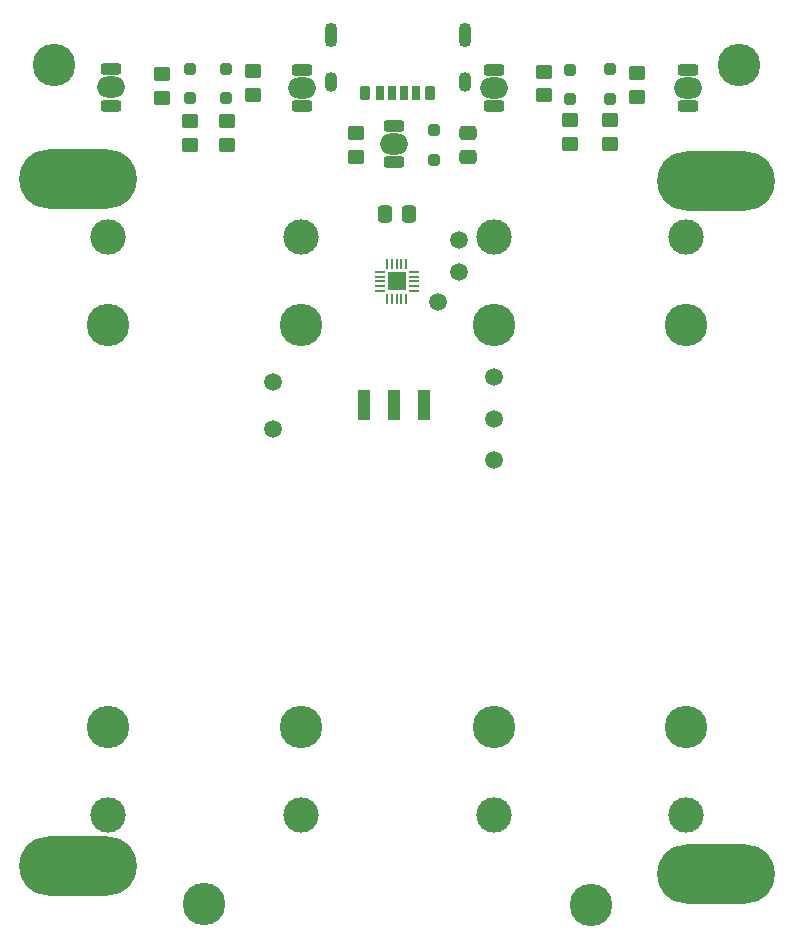
<source format=gbr>
%TF.GenerationSoftware,KiCad,Pcbnew,8.0.6-8.0.6-0~ubuntu24.04.1*%
%TF.CreationDate,2024-11-09T12:08:18+01:00*%
%TF.ProjectId,NIMH-battery-charger,4e494d48-2d62-4617-9474-6572792d6368,rev?*%
%TF.SameCoordinates,Original*%
%TF.FileFunction,Soldermask,Bot*%
%TF.FilePolarity,Negative*%
%FSLAX46Y46*%
G04 Gerber Fmt 4.6, Leading zero omitted, Abs format (unit mm)*
G04 Created by KiCad (PCBNEW 8.0.6-8.0.6-0~ubuntu24.04.1) date 2024-11-09 12:08:18*
%MOMM*%
%LPD*%
G01*
G04 APERTURE LIST*
G04 Aperture macros list*
%AMRoundRect*
0 Rectangle with rounded corners*
0 $1 Rounding radius*
0 $2 $3 $4 $5 $6 $7 $8 $9 X,Y pos of 4 corners*
0 Add a 4 corners polygon primitive as box body*
4,1,4,$2,$3,$4,$5,$6,$7,$8,$9,$2,$3,0*
0 Add four circle primitives for the rounded corners*
1,1,$1+$1,$2,$3*
1,1,$1+$1,$4,$5*
1,1,$1+$1,$6,$7*
1,1,$1+$1,$8,$9*
0 Add four rect primitives between the rounded corners*
20,1,$1+$1,$2,$3,$4,$5,0*
20,1,$1+$1,$4,$5,$6,$7,0*
20,1,$1+$1,$6,$7,$8,$9,0*
20,1,$1+$1,$8,$9,$2,$3,0*%
G04 Aperture macros list end*
%ADD10C,3.600000*%
%ADD11C,1.500000*%
%ADD12C,3.000000*%
%ADD13RoundRect,0.250000X-0.450000X0.350000X-0.450000X-0.350000X0.450000X-0.350000X0.450000X0.350000X0*%
%ADD14RoundRect,0.070000X-0.280000X-0.530000X0.280000X-0.530000X0.280000X0.530000X-0.280000X0.530000X0*%
%ADD15RoundRect,0.076000X-0.304000X-0.524000X0.304000X-0.524000X0.304000X0.524000X-0.304000X0.524000X0*%
%ADD16RoundRect,0.080000X-0.320000X-0.520000X0.320000X-0.520000X0.320000X0.520000X-0.320000X0.520000X0*%
%ADD17O,1.100000X2.100000*%
%ADD18O,1.100000X1.700000*%
%ADD19O,2.400000X1.800000*%
%ADD20RoundRect,0.190000X0.685000X-0.285000X0.685000X0.285000X-0.685000X0.285000X-0.685000X-0.285000X0*%
%ADD21RoundRect,0.250000X0.337500X0.475000X-0.337500X0.475000X-0.337500X-0.475000X0.337500X-0.475000X0*%
%ADD22RoundRect,0.250000X0.450000X-0.350000X0.450000X0.350000X-0.450000X0.350000X-0.450000X-0.350000X0*%
%ADD23RoundRect,0.250000X0.250000X-0.250000X0.250000X0.250000X-0.250000X0.250000X-0.250000X-0.250000X0*%
%ADD24O,10.000000X5.000000*%
%ADD25RoundRect,0.250000X-0.475000X0.337500X-0.475000X-0.337500X0.475000X-0.337500X0.475000X0.337500X0*%
%ADD26RoundRect,0.050000X-0.050000X0.375000X-0.050000X-0.375000X0.050000X-0.375000X0.050000X0.375000X0*%
%ADD27RoundRect,0.050000X-0.375000X0.050000X-0.375000X-0.050000X0.375000X-0.050000X0.375000X0.050000X0*%
%ADD28R,1.650000X1.650000*%
%ADD29R,1.000000X2.500000*%
G04 APERTURE END LIST*
D10*
%TO.C,H4*%
X153900000Y-119300000D03*
%TD*%
%TO.C,H3*%
X121200000Y-119200000D03*
%TD*%
%TO.C,H2*%
X166500000Y-48200000D03*
%TD*%
%TO.C,H1*%
X108500000Y-48200000D03*
%TD*%
D11*
%TO.C,TP8*%
X127000000Y-75000000D03*
%TD*%
%TO.C,TP7*%
X127000000Y-79000000D03*
%TD*%
D10*
%TO.C,BT2*%
X129400000Y-70200000D03*
X129400000Y-104200000D03*
D12*
X129400000Y-62700000D03*
X129400000Y-111700000D03*
%TD*%
D10*
%TO.C,BT4*%
X162000000Y-70195000D03*
X162000000Y-104195000D03*
D12*
X162000000Y-62695000D03*
X162000000Y-111695000D03*
%TD*%
D10*
%TO.C,BT3*%
X145700000Y-70195000D03*
X145700000Y-104195000D03*
D12*
X145700000Y-62695000D03*
X145700000Y-111695000D03*
%TD*%
D10*
%TO.C,BT1*%
X113075000Y-70195000D03*
X113075000Y-104195000D03*
D12*
X113075000Y-62695000D03*
X113075000Y-111695000D03*
%TD*%
D13*
%TO.C,R2*%
X123100000Y-52900000D03*
X123100000Y-54900000D03*
%TD*%
%TO.C,R1*%
X119975000Y-52900000D03*
X119975000Y-54900000D03*
%TD*%
D14*
%TO.C,J7*%
X137080000Y-50580000D03*
D15*
X139110000Y-50580000D03*
D16*
X140340000Y-50580000D03*
D14*
X138080000Y-50580000D03*
D15*
X136050000Y-50580000D03*
D16*
X134830000Y-50580000D03*
D17*
X131950000Y-45620000D03*
D18*
X131950000Y-49620000D03*
D17*
X143230000Y-45610000D03*
D18*
X143230000Y-49620000D03*
%TD*%
D19*
%TO.C,D7*%
X137250000Y-54850000D03*
D20*
X137250000Y-56400000D03*
X137250000Y-53300000D03*
%TD*%
D11*
%TO.C,TP3*%
X141000000Y-68200000D03*
%TD*%
D13*
%TO.C,R8*%
X134000000Y-53950000D03*
X134000000Y-55950000D03*
%TD*%
%TO.C,R5*%
X155550000Y-52850000D03*
X155550000Y-54850000D03*
%TD*%
D21*
%TO.C,C1*%
X138537500Y-60800000D03*
X136462500Y-60800000D03*
%TD*%
D22*
%TO.C,R6*%
X117650000Y-50950000D03*
X117650000Y-48950000D03*
%TD*%
D23*
%TO.C,D1*%
X119975000Y-51000000D03*
X119975000Y-48500000D03*
%TD*%
%TO.C,D3*%
X152187500Y-51053500D03*
X152187500Y-48553500D03*
%TD*%
D24*
%TO.C,J3*%
X164500000Y-58000000D03*
%TD*%
D19*
%TO.C,D6*%
X129450000Y-50100000D03*
D20*
X129450000Y-51650000D03*
X129450000Y-48550000D03*
%TD*%
D24*
%TO.C,J5*%
X110500000Y-57800000D03*
%TD*%
D13*
%TO.C,R4*%
X152175000Y-52850000D03*
X152175000Y-54850000D03*
%TD*%
D25*
%TO.C,C2*%
X143550000Y-53900000D03*
X143550000Y-55975000D03*
%TD*%
D24*
%TO.C,J4*%
X164500000Y-116700000D03*
%TD*%
D19*
%TO.C,D5*%
X113320000Y-50070000D03*
D20*
X113320000Y-51620000D03*
X113320000Y-48520000D03*
%TD*%
D23*
%TO.C,D9*%
X140675000Y-56175000D03*
X140675000Y-53675000D03*
%TD*%
D19*
%TO.C,D8*%
X145700000Y-50100000D03*
D20*
X145700000Y-51650000D03*
X145700000Y-48550000D03*
%TD*%
D11*
%TO.C,TP4*%
X145700000Y-74600000D03*
%TD*%
D26*
%TO.C,U1*%
X136690000Y-65040000D03*
X137090000Y-65040000D03*
X137490000Y-65040000D03*
X137890000Y-65040000D03*
X138290000Y-65040000D03*
D27*
X138940000Y-65690000D03*
X138940000Y-66090000D03*
X138940000Y-66490000D03*
X138940000Y-66890000D03*
X138940000Y-67290000D03*
D26*
X138290000Y-67940000D03*
X137890000Y-67940000D03*
X137490000Y-67940000D03*
X137090000Y-67940000D03*
X136690000Y-67940000D03*
D27*
X136040000Y-67290000D03*
X136040000Y-66890000D03*
X136040000Y-66490000D03*
X136040000Y-66090000D03*
X136040000Y-65690000D03*
D28*
X137490000Y-66490000D03*
%TD*%
D11*
%TO.C,TP6*%
X145700000Y-81600000D03*
%TD*%
D23*
%TO.C,D2*%
X123050000Y-51000000D03*
X123050000Y-48500000D03*
%TD*%
D24*
%TO.C,J6*%
X110500000Y-116000000D03*
%TD*%
D22*
%TO.C,R9*%
X149950000Y-50750000D03*
X149950000Y-48750000D03*
%TD*%
D20*
%TO.C,D10*%
X162150000Y-48550000D03*
X162150000Y-51650000D03*
D19*
X162150000Y-50100000D03*
%TD*%
D23*
%TO.C,D4*%
X155562500Y-51028500D03*
X155562500Y-48528500D03*
%TD*%
D11*
%TO.C,TP1*%
X142800000Y-63000000D03*
%TD*%
%TO.C,TP5*%
X145700000Y-78100000D03*
%TD*%
D22*
%TO.C,R7*%
X125350000Y-50700000D03*
X125350000Y-48700000D03*
%TD*%
D11*
%TO.C,TP2*%
X142800000Y-65700000D03*
%TD*%
D22*
%TO.C,R10*%
X157850000Y-50850000D03*
X157850000Y-48850000D03*
%TD*%
D29*
%TO.C,J1*%
X134760000Y-76975000D03*
X137300000Y-76975000D03*
X139840000Y-76975000D03*
%TD*%
M02*

</source>
